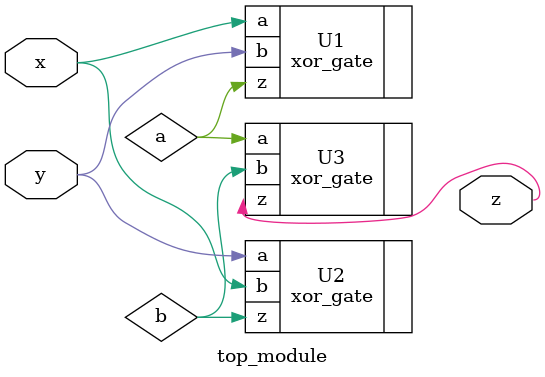
<source format=sv>
module top_module(
    input x,
    input y,
    output z);
	
    wire a, b;

    xor_gate U1(.a(x), .b(y), .z(a));
    xor_gate U2(.a(y), .b(x), .z(b));
    xor_gate U3(.a(a), .b(b), .z(z));
	
endmodule

</source>
